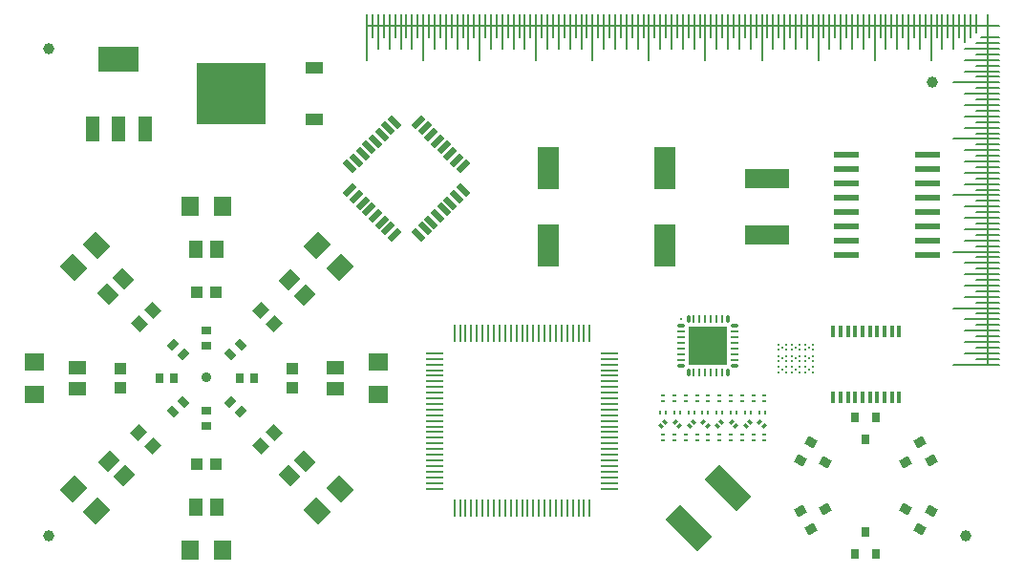
<source format=gbr>
%TF.GenerationSoftware,KiCad,Pcbnew,6.0.11-2627ca5db0~126~ubuntu20.04.1*%
%TF.CreationDate,2023-07-21T22:08:40+02:00*%
%TF.ProjectId,Demo Board v2,44656d6f-2042-46f6-9172-642076322e6b,rev?*%
%TF.SameCoordinates,Original*%
%TF.FileFunction,Copper,L1,Top*%
%TF.FilePolarity,Positive*%
%FSLAX46Y46*%
G04 Gerber Fmt 4.6, Leading zero omitted, Abs format (unit mm)*
G04 Created by KiCad (PCBNEW 6.0.11-2627ca5db0~126~ubuntu20.04.1) date 2023-07-21 22:08:40*
%MOMM*%
%LPD*%
G01*
G04 APERTURE LIST*
G04 Aperture macros list*
%AMRoundRect*
0 Rectangle with rounded corners*
0 $1 Rounding radius*
0 $2 $3 $4 $5 $6 $7 $8 $9 X,Y pos of 4 corners*
0 Add a 4 corners polygon primitive as box body*
4,1,4,$2,$3,$4,$5,$6,$7,$8,$9,$2,$3,0*
0 Add four circle primitives for the rounded corners*
1,1,$1+$1,$2,$3*
1,1,$1+$1,$4,$5*
1,1,$1+$1,$6,$7*
1,1,$1+$1,$8,$9*
0 Add four rect primitives between the rounded corners*
20,1,$1+$1,$2,$3,$4,$5,0*
20,1,$1+$1,$4,$5,$6,$7,0*
20,1,$1+$1,$6,$7,$8,$9,0*
20,1,$1+$1,$8,$9,$2,$3,0*%
%AMRotRect*
0 Rectangle, with rotation*
0 The origin of the aperture is its center*
0 $1 length*
0 $2 width*
0 $3 Rotation angle, in degrees counterclockwise*
0 Add horizontal line*
21,1,$1,$2,0,0,$3*%
G04 Aperture macros list end*
%TA.AperFunction,SMDPad,CuDef*%
%ADD10C,0.250000*%
%TD*%
%TA.AperFunction,SMDPad,CuDef*%
%ADD11RotRect,0.280000X0.430000X135.000000*%
%TD*%
%TA.AperFunction,SMDPad,CuDef*%
%ADD12R,1.300000X1.500000*%
%TD*%
%TA.AperFunction,SMDPad,CuDef*%
%ADD13RotRect,1.000000X1.100000X45.000000*%
%TD*%
%TA.AperFunction,SMDPad,CuDef*%
%ADD14R,1.600000X1.803000*%
%TD*%
%TA.AperFunction,SMDPad,CuDef*%
%ADD15R,0.280000X0.430000*%
%TD*%
%TA.AperFunction,SMDPad,CuDef*%
%ADD16RotRect,1.300000X1.500000X135.000000*%
%TD*%
%TA.AperFunction,SMDPad,CuDef*%
%ADD17R,0.430000X0.280000*%
%TD*%
%TA.AperFunction,SMDPad,CuDef*%
%ADD18R,0.270000X1.500000*%
%TD*%
%TA.AperFunction,SMDPad,CuDef*%
%ADD19R,1.500000X0.270000*%
%TD*%
%TA.AperFunction,SMDPad,CuDef*%
%ADD20RotRect,1.000000X1.100000X225.000000*%
%TD*%
%TA.AperFunction,SMDPad,CuDef*%
%ADD21RotRect,0.800000X0.900000X120.000000*%
%TD*%
%TA.AperFunction,SMDPad,CuDef*%
%ADD22RoundRect,0.500000X0.000000X0.000000X0.000000X0.000000X0.000000X0.000000X0.000000X0.000000X0*%
%TD*%
%TA.AperFunction,SMDPad,CuDef*%
%ADD23RoundRect,0.070000X-0.280000X-0.070000X0.280000X-0.070000X0.280000X0.070000X-0.280000X0.070000X0*%
%TD*%
%TA.AperFunction,SMDPad,CuDef*%
%ADD24R,0.700000X0.280000*%
%TD*%
%TA.AperFunction,SMDPad,CuDef*%
%ADD25RoundRect,0.070000X-0.070000X-0.280000X0.070000X-0.280000X0.070000X0.280000X-0.070000X0.280000X0*%
%TD*%
%TA.AperFunction,SMDPad,CuDef*%
%ADD26R,0.280000X0.700000*%
%TD*%
%TA.AperFunction,SMDPad,CuDef*%
%ADD27R,3.500000X3.500000*%
%TD*%
%TA.AperFunction,SMDPad,CuDef*%
%ADD28R,0.250000X0.250000*%
%TD*%
%TA.AperFunction,SMDPad,CuDef*%
%ADD29R,1.905000X3.810000*%
%TD*%
%TA.AperFunction,SMDPad,CuDef*%
%ADD30RotRect,0.280000X0.430000X45.000000*%
%TD*%
%TA.AperFunction,SMDPad,CuDef*%
%ADD31RotRect,1.600000X1.803000X315.000000*%
%TD*%
%TA.AperFunction,SMDPad,CuDef*%
%ADD32R,0.700000X0.900000*%
%TD*%
%TA.AperFunction,SMDPad,CuDef*%
%ADD33RotRect,0.700000X0.900000X135.000000*%
%TD*%
%TA.AperFunction,SMDPad,CuDef*%
%ADD34R,0.900000X0.700000*%
%TD*%
%TA.AperFunction,SMDPad,CuDef*%
%ADD35RotRect,1.300000X1.500000X225.000000*%
%TD*%
%TA.AperFunction,SMDPad,CuDef*%
%ADD36R,1.100000X1.000000*%
%TD*%
%TA.AperFunction,SMDPad,CuDef*%
%ADD37RotRect,0.800000X0.900000X60.000000*%
%TD*%
%TA.AperFunction,SMDPad,CuDef*%
%ADD38R,0.800000X0.900000*%
%TD*%
%TA.AperFunction,SMDPad,CuDef*%
%ADD39R,1.000000X1.100000*%
%TD*%
%TA.AperFunction,SMDPad,CuDef*%
%ADD40RotRect,0.700000X0.900000X45.000000*%
%TD*%
%TA.AperFunction,SMDPad,CuDef*%
%ADD41R,0.304800X0.990600*%
%TD*%
%TA.AperFunction,SMDPad,CuDef*%
%ADD42RotRect,1.000000X1.100000X315.000000*%
%TD*%
%TA.AperFunction,SMDPad,CuDef*%
%ADD43R,4.000000X1.800000*%
%TD*%
%TA.AperFunction,SMDPad,CuDef*%
%ADD44RotRect,1.600000X1.803000X45.000000*%
%TD*%
%TA.AperFunction,SMDPad,CuDef*%
%ADD45R,1.500000X1.300000*%
%TD*%
%TA.AperFunction,SMDPad,CuDef*%
%ADD46RotRect,0.800000X0.900000X300.000000*%
%TD*%
%TA.AperFunction,SMDPad,CuDef*%
%ADD47RotRect,0.800000X0.900000X240.000000*%
%TD*%
%TA.AperFunction,SMDPad,CuDef*%
%ADD48R,1.219200X2.235200*%
%TD*%
%TA.AperFunction,SMDPad,CuDef*%
%ADD49R,3.600000X2.200000*%
%TD*%
%TA.AperFunction,SMDPad,CuDef*%
%ADD50RotRect,1.000000X1.100000X135.000000*%
%TD*%
%TA.AperFunction,SMDPad,CuDef*%
%ADD51R,1.600000X1.000000*%
%TD*%
%TA.AperFunction,SMDPad,CuDef*%
%ADD52R,6.200000X5.400000*%
%TD*%
%TA.AperFunction,SMDPad,CuDef*%
%ADD53RotRect,1.300000X1.500000X45.000000*%
%TD*%
%TA.AperFunction,SMDPad,CuDef*%
%ADD54RotRect,1.300000X1.500000X315.000000*%
%TD*%
%TA.AperFunction,SMDPad,CuDef*%
%ADD55RotRect,1.270000X0.558800X45.000000*%
%TD*%
%TA.AperFunction,SMDPad,CuDef*%
%ADD56RotRect,0.558800X1.270000X45.000000*%
%TD*%
%TA.AperFunction,SMDPad,CuDef*%
%ADD57R,1.803000X1.600000*%
%TD*%
%TA.AperFunction,SMDPad,CuDef*%
%ADD58RotRect,1.600000X1.803000X225.000000*%
%TD*%
%TA.AperFunction,SMDPad,CuDef*%
%ADD59RotRect,1.800000X4.000000X45.000000*%
%TD*%
%TA.AperFunction,SMDPad,CuDef*%
%ADD60RotRect,1.600000X1.803000X135.000000*%
%TD*%
%TA.AperFunction,SMDPad,CuDef*%
%ADD61R,2.200000X0.600000*%
%TD*%
%TA.AperFunction,ViaPad*%
%ADD62C,0.904800*%
%TD*%
%TA.AperFunction,Conductor*%
%ADD63C,0.154000*%
%TD*%
G04 APERTURE END LIST*
D10*
%TO.P,TLI493d,A1*%
%TO.N,N/C*%
X172542000Y-112100000D03*
%TO.P,TLI493d,A3*%
X172542000Y-111642000D03*
%TO.P,TLI493d,B2*%
X172871000Y-111871000D03*
%TO.P,TLI493d,C1*%
X173200000Y-112100000D03*
%TO.P,TLI493d,C3*%
X173200000Y-111642000D03*
%TD*%
%TO.P,TLI493d,A1*%
%TO.N,N/C*%
X172542000Y-111100000D03*
%TO.P,TLI493d,A3*%
X172542000Y-110642000D03*
%TO.P,TLI493d,B2*%
X172871000Y-110871000D03*
%TO.P,TLI493d,C1*%
X173200000Y-111100000D03*
%TO.P,TLI493d,C3*%
X173200000Y-110642000D03*
%TD*%
%TO.P,TLI493d,A1*%
%TO.N,N/C*%
X172542000Y-110100000D03*
%TO.P,TLI493d,A3*%
X172542000Y-109642000D03*
%TO.P,TLI493d,B2*%
X172871000Y-109871000D03*
%TO.P,TLI493d,C1*%
X173200000Y-110100000D03*
%TO.P,TLI493d,C3*%
X173200000Y-109642000D03*
%TD*%
%TO.P,TLI493d,A1*%
%TO.N,N/C*%
X174942000Y-112100000D03*
%TO.P,TLI493d,A3*%
X174942000Y-111642000D03*
%TO.P,TLI493d,B2*%
X175271000Y-111871000D03*
%TO.P,TLI493d,C1*%
X175600000Y-112100000D03*
%TO.P,TLI493d,C3*%
X175600000Y-111642000D03*
%TD*%
%TO.P,TLI493d,A1*%
%TO.N,N/C*%
X173742000Y-112100000D03*
%TO.P,TLI493d,A3*%
X173742000Y-111642000D03*
%TO.P,TLI493d,B2*%
X174071000Y-111871000D03*
%TO.P,TLI493d,C1*%
X174400000Y-112100000D03*
%TO.P,TLI493d,C3*%
X174400000Y-111642000D03*
%TD*%
%TO.P,TLI493d,A1*%
%TO.N,N/C*%
X174942000Y-111100000D03*
%TO.P,TLI493d,A3*%
X174942000Y-110642000D03*
%TO.P,TLI493d,B2*%
X175271000Y-110871000D03*
%TO.P,TLI493d,C1*%
X175600000Y-111100000D03*
%TO.P,TLI493d,C3*%
X175600000Y-110642000D03*
%TD*%
%TO.P,TLI493d,A1*%
%TO.N,N/C*%
X174942000Y-110100000D03*
%TO.P,TLI493d,A3*%
X174942000Y-109642000D03*
%TO.P,TLI493d,B2*%
X175271000Y-109871000D03*
%TO.P,TLI493d,C1*%
X175600000Y-110100000D03*
%TO.P,TLI493d,C3*%
X175600000Y-109642000D03*
%TD*%
%TO.P,TLI493d,A1*%
%TO.N,N/C*%
X173742000Y-110100000D03*
%TO.P,TLI493d,A3*%
X173742000Y-109642000D03*
%TO.P,TLI493d,B2*%
X174071000Y-109871000D03*
%TO.P,TLI493d,C1*%
X174400000Y-110100000D03*
%TO.P,TLI493d,C3*%
X174400000Y-109642000D03*
%TD*%
%TO.P,TLI493d,A1*%
%TO.N,N/C*%
X173742000Y-111100000D03*
%TO.P,TLI493d,A3*%
X173742000Y-110642000D03*
%TO.P,TLI493d,B2*%
X174071000Y-110871000D03*
%TO.P,TLI493d,C1*%
X174400000Y-111100000D03*
%TO.P,TLI493d,C3*%
X174400000Y-110642000D03*
%TD*%
D11*
%TO.P,E$26,1*%
%TO.N,N/C*%
X171231412Y-116833912D03*
%TO.P,E$26,2*%
X170870788Y-116473288D03*
%TD*%
D12*
%TO.P,R0805-1,1*%
%TO.N,N/C*%
X122781100Y-101193600D03*
%TO.P,R0805-1,2*%
X120881100Y-101193600D03*
%TD*%
D13*
%TO.P,R0603-8,1*%
%TO.N,N/C*%
X115896059Y-107827141D03*
%TO.P,R0603-8,2*%
X117098141Y-106625059D03*
%TD*%
D14*
%TO.P,R1206-5,1*%
%TO.N,N/C*%
X123253100Y-127863600D03*
%TO.P,R1206-5,2*%
X120409100Y-127863600D03*
%TD*%
D15*
%TO.P,E$12,1*%
%TO.N,N/C*%
X163806100Y-115653600D03*
%TO.P,E$12,2*%
X163296100Y-115653600D03*
%TD*%
D16*
%TO.P,R0805-6,1*%
%TO.N,N/C*%
X114510879Y-121287326D03*
%TO.P,R0805-6,2*%
X113167377Y-119943824D03*
%TD*%
D17*
%TO.P,E$8,1*%
%TO.N,N/C*%
X169301100Y-114658600D03*
%TO.P,E$8,2*%
X169301100Y-114148600D03*
%TD*%
D18*
%TO.P,TQFP-100,1*%
%TO.N,N/C*%
X155801100Y-108653600D03*
%TO.P,TQFP-100,2*%
X155301100Y-108653600D03*
%TO.P,TQFP-100,3*%
X154801100Y-108653600D03*
%TO.P,TQFP-100,4*%
X154301100Y-108653600D03*
%TO.P,TQFP-100,5*%
X153801100Y-108653600D03*
%TO.P,TQFP-100,6*%
X153301100Y-108653600D03*
%TO.P,TQFP-100,7*%
X152801100Y-108653600D03*
%TO.P,TQFP-100,8*%
X152301100Y-108653600D03*
%TO.P,TQFP-100,9*%
X151801100Y-108653600D03*
%TO.P,TQFP-100,10*%
X151301100Y-108653600D03*
%TO.P,TQFP-100,11*%
X150801100Y-108653600D03*
%TO.P,TQFP-100,12*%
X150301100Y-108653600D03*
%TO.P,TQFP-100,13*%
X149801100Y-108653600D03*
%TO.P,TQFP-100,14*%
X149301100Y-108653600D03*
%TO.P,TQFP-100,15*%
X148801100Y-108653600D03*
%TO.P,TQFP-100,16*%
X148301100Y-108653600D03*
%TO.P,TQFP-100,17*%
X147801100Y-108653600D03*
%TO.P,TQFP-100,18*%
X147301100Y-108653600D03*
%TO.P,TQFP-100,19*%
X146801100Y-108653600D03*
%TO.P,TQFP-100,20*%
X146301100Y-108653600D03*
%TO.P,TQFP-100,21*%
X145801100Y-108653600D03*
%TO.P,TQFP-100,22*%
X145301100Y-108653600D03*
%TO.P,TQFP-100,23*%
X144801100Y-108653600D03*
%TO.P,TQFP-100,24*%
X144301100Y-108653600D03*
%TO.P,TQFP-100,25*%
X143801100Y-108653600D03*
D19*
%TO.P,TQFP-100,26*%
X142051100Y-110403600D03*
%TO.P,TQFP-100,27*%
X142051100Y-110903600D03*
%TO.P,TQFP-100,28*%
X142051100Y-111403600D03*
%TO.P,TQFP-100,29*%
X142051100Y-111903600D03*
%TO.P,TQFP-100,30*%
X142051100Y-112403600D03*
%TO.P,TQFP-100,31*%
X142051100Y-112903600D03*
%TO.P,TQFP-100,32*%
X142051100Y-113403600D03*
%TO.P,TQFP-100,33*%
X142051100Y-113903600D03*
%TO.P,TQFP-100,34*%
X142051100Y-114403600D03*
%TO.P,TQFP-100,35*%
X142051100Y-114903600D03*
%TO.P,TQFP-100,36*%
X142051100Y-115403600D03*
%TO.P,TQFP-100,37*%
X142051100Y-115903600D03*
%TO.P,TQFP-100,38*%
X142051100Y-116403600D03*
%TO.P,TQFP-100,39*%
X142051100Y-116903600D03*
%TO.P,TQFP-100,40*%
X142051100Y-117403600D03*
%TO.P,TQFP-100,41*%
X142051100Y-117903600D03*
%TO.P,TQFP-100,42*%
X142051100Y-118403600D03*
%TO.P,TQFP-100,43*%
X142051100Y-118903600D03*
%TO.P,TQFP-100,44*%
X142051100Y-119403600D03*
%TO.P,TQFP-100,45*%
X142051100Y-119903600D03*
%TO.P,TQFP-100,46*%
X142051100Y-120403600D03*
%TO.P,TQFP-100,47*%
X142051100Y-120903600D03*
%TO.P,TQFP-100,48*%
X142051100Y-121403600D03*
%TO.P,TQFP-100,49*%
X142051100Y-121903600D03*
%TO.P,TQFP-100,50*%
X142051100Y-122403600D03*
D18*
%TO.P,TQFP-100,51*%
X143801100Y-124153600D03*
%TO.P,TQFP-100,52*%
X144301100Y-124153600D03*
%TO.P,TQFP-100,53*%
X144801100Y-124153600D03*
%TO.P,TQFP-100,54*%
X145301100Y-124153600D03*
%TO.P,TQFP-100,55*%
X145801100Y-124153600D03*
%TO.P,TQFP-100,56*%
X146301100Y-124153600D03*
%TO.P,TQFP-100,57*%
X146801100Y-124153600D03*
%TO.P,TQFP-100,58*%
X147301100Y-124153600D03*
%TO.P,TQFP-100,59*%
X147801100Y-124153600D03*
%TO.P,TQFP-100,60*%
X148301100Y-124153600D03*
%TO.P,TQFP-100,61*%
X148801100Y-124153600D03*
%TO.P,TQFP-100,62*%
X149301100Y-124153600D03*
%TO.P,TQFP-100,63*%
X149801100Y-124153600D03*
%TO.P,TQFP-100,64*%
X150301100Y-124153600D03*
%TO.P,TQFP-100,65*%
X150801100Y-124153600D03*
%TO.P,TQFP-100,66*%
X151301100Y-124153600D03*
%TO.P,TQFP-100,67*%
X151801100Y-124153600D03*
%TO.P,TQFP-100,68*%
X152301100Y-124153600D03*
%TO.P,TQFP-100,69*%
X152801100Y-124153600D03*
%TO.P,TQFP-100,70*%
X153301100Y-124153600D03*
%TO.P,TQFP-100,71*%
X153801100Y-124153600D03*
%TO.P,TQFP-100,72*%
X154301100Y-124153600D03*
%TO.P,TQFP-100,73*%
X154801100Y-124153600D03*
%TO.P,TQFP-100,74*%
X155301100Y-124153600D03*
%TO.P,TQFP-100,75*%
X155801100Y-124153600D03*
D19*
%TO.P,TQFP-100,76*%
X157551100Y-122403600D03*
%TO.P,TQFP-100,77*%
X157551100Y-121903600D03*
%TO.P,TQFP-100,78*%
X157551100Y-121403600D03*
%TO.P,TQFP-100,79*%
X157551100Y-120903600D03*
%TO.P,TQFP-100,80*%
X157551100Y-120403600D03*
%TO.P,TQFP-100,81*%
X157551100Y-119903600D03*
%TO.P,TQFP-100,82*%
X157551100Y-119403600D03*
%TO.P,TQFP-100,83*%
X157551100Y-118903600D03*
%TO.P,TQFP-100,84*%
X157551100Y-118403600D03*
%TO.P,TQFP-100,85*%
X157551100Y-117903600D03*
%TO.P,TQFP-100,86*%
X157551100Y-117403600D03*
%TO.P,TQFP-100,87*%
X157551100Y-116903600D03*
%TO.P,TQFP-100,88*%
X157551100Y-116403600D03*
%TO.P,TQFP-100,89*%
X157551100Y-115903600D03*
%TO.P,TQFP-100,90*%
X157551100Y-115403600D03*
%TO.P,TQFP-100,91*%
X157551100Y-114903600D03*
%TO.P,TQFP-100,92*%
X157551100Y-114403600D03*
%TO.P,TQFP-100,93*%
X157551100Y-113903600D03*
%TO.P,TQFP-100,94*%
X157551100Y-113403600D03*
%TO.P,TQFP-100,95*%
X157551100Y-112903600D03*
%TO.P,TQFP-100,96*%
X157551100Y-112403600D03*
%TO.P,TQFP-100,97*%
X157551100Y-111903600D03*
%TO.P,TQFP-100,98*%
X157551100Y-111403600D03*
%TO.P,TQFP-100,99*%
X157551100Y-110903600D03*
%TO.P,TQFP-100,100*%
X157551100Y-110403600D03*
%TD*%
D15*
%TO.P,E$15,1*%
%TO.N,N/C*%
X167556100Y-115653600D03*
%TO.P,E$15,2*%
X167046100Y-115653600D03*
%TD*%
D20*
%TO.P,R0603-4,1*%
%TO.N,N/C*%
X127829641Y-117420059D03*
%TO.P,R0603-4,2*%
X126627559Y-118622141D03*
%TD*%
D21*
%TO.P,SOT-23-2,1*%
%TO.N,N/C*%
X186037125Y-119931324D03*
%TO.P,SOT-23-2,2*%
X185087125Y-118285876D03*
%TO.P,SOT-23-2,3*%
X183830075Y-120108600D03*
%TD*%
D22*
%TO.P,FID-1,1*%
%TO.N,N/C*%
X107861100Y-126593600D03*
%TD*%
D17*
%TO.P,E$33,1*%
%TO.N,N/C*%
X168301100Y-118158600D03*
%TO.P,E$33,2*%
X168301100Y-117648600D03*
%TD*%
D23*
%TO.P,QFN-32,1*%
%TO.N,N/C*%
X163931100Y-108003600D03*
D24*
%TO.P,QFN-32,2*%
X163931100Y-108503600D03*
%TO.P,QFN-32,3*%
X163931100Y-109003600D03*
%TO.P,QFN-32,4*%
X163931100Y-109503600D03*
%TO.P,QFN-32,5*%
X163931100Y-110003600D03*
%TO.P,QFN-32,6*%
X163931100Y-110503600D03*
%TO.P,QFN-32,7*%
X163931100Y-111003600D03*
D23*
%TO.P,QFN-32,8*%
X163931100Y-111503600D03*
D25*
%TO.P,QFN-32,9*%
X164531100Y-112103600D03*
D26*
%TO.P,QFN-32,10*%
X165031100Y-112103600D03*
%TO.P,QFN-32,11*%
X165531100Y-112103600D03*
%TO.P,QFN-32,12*%
X166031100Y-112103600D03*
%TO.P,QFN-32,13*%
X166531100Y-112103600D03*
%TO.P,QFN-32,14*%
X167031100Y-112103600D03*
%TO.P,QFN-32,15*%
X167531100Y-112103600D03*
D25*
%TO.P,QFN-32,16*%
X168031100Y-112103600D03*
D23*
%TO.P,QFN-32,17*%
X168631100Y-111503600D03*
D24*
%TO.P,QFN-32,18*%
X168631100Y-111003600D03*
%TO.P,QFN-32,19*%
X168631100Y-110503600D03*
%TO.P,QFN-32,20*%
X168631100Y-110003600D03*
%TO.P,QFN-32,21*%
X168631100Y-109503600D03*
%TO.P,QFN-32,22*%
X168631100Y-109003600D03*
%TO.P,QFN-32,23*%
X168631100Y-108503600D03*
D23*
%TO.P,QFN-32,24*%
X168631100Y-108003600D03*
D25*
%TO.P,QFN-32,25*%
X168031100Y-107403600D03*
D26*
%TO.P,QFN-32,26*%
X167531100Y-107403600D03*
%TO.P,QFN-32,27*%
X167031100Y-107403600D03*
%TO.P,QFN-32,28*%
X166531100Y-107403600D03*
%TO.P,QFN-32,29*%
X166031100Y-107403600D03*
%TO.P,QFN-32,30*%
X165531100Y-107403600D03*
%TO.P,QFN-32,31*%
X165031100Y-107403600D03*
D25*
%TO.P,QFN-32,32*%
X164531100Y-107403600D03*
D27*
%TO.P,QFN-32,EXP*%
X166281100Y-109753600D03*
D28*
%TO.P,QFN-32,M1*%
X163866100Y-107338600D03*
%TD*%
D29*
%TO.P,C2,+*%
%TO.N,N/C*%
X162449100Y-100812600D03*
%TO.P,C2,-*%
X162449100Y-93954600D03*
%TD*%
D30*
%TO.P,E$25,1*%
%TO.N,N/C*%
X169620788Y-116833912D03*
%TO.P,E$25,2*%
X169981412Y-116473288D03*
%TD*%
D31*
%TO.P,R1206-6,1*%
%TO.N,N/C*%
X110030594Y-122413094D03*
%TO.P,R1206-6,2*%
X112041606Y-124424106D03*
%TD*%
D32*
%TO.P,R0402-7,1*%
%TO.N,N/C*%
X118925100Y-112623600D03*
%TO.P,R0402-7,2*%
X117625100Y-112623600D03*
%TD*%
D33*
%TO.P,R0402-4,1*%
%TO.N,N/C*%
X124830719Y-115623219D03*
%TO.P,R0402-4,2*%
X123911481Y-114703981D03*
%TD*%
D17*
%TO.P,E$30,1*%
%TO.N,N/C*%
X165301100Y-118158600D03*
%TO.P,E$30,2*%
X165301100Y-117648600D03*
%TD*%
D15*
%TO.P,E$13,1*%
%TO.N,N/C*%
X165056100Y-115653600D03*
%TO.P,E$13,2*%
X164546100Y-115653600D03*
%TD*%
D17*
%TO.P,E$29,1*%
%TO.N,N/C*%
X164301100Y-118158600D03*
%TO.P,E$29,2*%
X164301100Y-117648600D03*
%TD*%
%TO.P,E$5,1*%
%TO.N,N/C*%
X166301100Y-114658600D03*
%TO.P,E$5,2*%
X166301100Y-114148600D03*
%TD*%
D34*
%TO.P,R0402-1,1*%
%TO.N,N/C*%
X121831100Y-108417600D03*
%TO.P,R0402-1,2*%
X121831100Y-109717600D03*
%TD*%
D35*
%TO.P,R0805-4,1*%
%TO.N,N/C*%
X130494826Y-119943821D03*
%TO.P,R0805-4,2*%
X129151324Y-121287323D03*
%TD*%
D32*
%TO.P,R0402-3,1*%
%TO.N,N/C*%
X124737100Y-112623600D03*
%TO.P,R0402-3,2*%
X126037100Y-112623600D03*
%TD*%
D36*
%TO.P,R0603-3,1*%
%TO.N,N/C*%
X129451100Y-111773600D03*
%TO.P,R0603-3,2*%
X129451100Y-113473600D03*
%TD*%
D37*
%TO.P,SOT-23-3,1*%
%TO.N,N/C*%
X185087125Y-126011324D03*
%TO.P,SOT-23-3,2*%
X186037125Y-124365876D03*
%TO.P,SOT-23-3,3*%
X183830075Y-124188600D03*
%TD*%
D22*
%TO.P,FID-4,1*%
%TO.N,N/C*%
X189141100Y-126593600D03*
%TD*%
D12*
%TO.P,R0805-5,1*%
%TO.N,N/C*%
X120881100Y-124053600D03*
%TO.P,R0805-5,2*%
X122781100Y-124053600D03*
%TD*%
D17*
%TO.P,E$4,1*%
%TO.N,N/C*%
X165301100Y-114658600D03*
%TO.P,E$4,2*%
X165301100Y-114148600D03*
%TD*%
D30*
%TO.P,E$23,1*%
%TO.N,N/C*%
X167120788Y-116833912D03*
%TO.P,E$23,2*%
X167481412Y-116473288D03*
%TD*%
D38*
%TO.P,SOT-23-4,1*%
%TO.N,N/C*%
X179301100Y-128228600D03*
%TO.P,SOT-23-4,2*%
X181201100Y-128228600D03*
%TO.P,SOT-23-4,3*%
X180251100Y-126228600D03*
%TD*%
D36*
%TO.P,R0603-7,1*%
%TO.N,N/C*%
X114211100Y-111773600D03*
%TO.P,R0603-7,2*%
X114211100Y-113473600D03*
%TD*%
D14*
%TO.P,R1206-1,1*%
%TO.N,N/C*%
X120409100Y-97383600D03*
%TO.P,R1206-1,2*%
X123253100Y-97383600D03*
%TD*%
D39*
%TO.P,R0603-5,1*%
%TO.N,N/C*%
X122681100Y-120243600D03*
%TO.P,R0603-5,2*%
X120981100Y-120243600D03*
%TD*%
D40*
%TO.P,R0402-6,1*%
%TO.N,N/C*%
X118831481Y-115623219D03*
%TO.P,R0402-6,2*%
X119750719Y-114703981D03*
%TD*%
D41*
%TO.P,TSSOP-20,1*%
%TO.N,N/C*%
X177376100Y-114321400D03*
%TO.P,TSSOP-20,2*%
X178026100Y-114321400D03*
%TO.P,TSSOP-20,3*%
X178676100Y-114321400D03*
%TO.P,TSSOP-20,4*%
X179326100Y-114321400D03*
%TO.P,TSSOP-20,5*%
X179976100Y-114321400D03*
%TO.P,TSSOP-20,6*%
X180626100Y-114321400D03*
%TO.P,TSSOP-20,7*%
X181276100Y-114321400D03*
%TO.P,TSSOP-20,8*%
X181926100Y-114321400D03*
%TO.P,TSSOP-20,9*%
X182576100Y-114321400D03*
%TO.P,TSSOP-20,10*%
X183226100Y-114321400D03*
%TO.P,TSSOP-20,11*%
X183226100Y-108485800D03*
%TO.P,TSSOP-20,12*%
X182576100Y-108485800D03*
%TO.P,TSSOP-20,13*%
X181926100Y-108485800D03*
%TO.P,TSSOP-20,14*%
X181276100Y-108485800D03*
%TO.P,TSSOP-20,15*%
X180626100Y-108485800D03*
%TO.P,TSSOP-20,16*%
X179976100Y-108485800D03*
%TO.P,TSSOP-20,17*%
X179326100Y-108485800D03*
%TO.P,TSSOP-20,18*%
X178676100Y-108485800D03*
%TO.P,TSSOP-20,19*%
X178026100Y-108485800D03*
%TO.P,TSSOP-20,20*%
X177376100Y-108485800D03*
%TD*%
D42*
%TO.P,R0603-6,1*%
%TO.N,N/C*%
X115832559Y-117420059D03*
%TO.P,R0603-6,2*%
X117034641Y-118622141D03*
%TD*%
D17*
%TO.P,E$28,1*%
%TO.N,N/C*%
X163301100Y-118158600D03*
%TO.P,E$28,2*%
X163301100Y-117648600D03*
%TD*%
%TO.P,E$34,1*%
%TO.N,N/C*%
X169301100Y-118158600D03*
%TO.P,E$34,2*%
X169301100Y-117648600D03*
%TD*%
D15*
%TO.P,E11,1*%
%TO.N,N/C*%
X162556100Y-115653600D03*
%TO.P,E11,2*%
X162046100Y-115653600D03*
%TD*%
D43*
%TO.P,L2,1*%
%TO.N,N/C*%
X171501100Y-94903600D03*
%TO.P,L2,2*%
X171501100Y-99903600D03*
%TD*%
D17*
%TO.P,E$7,1*%
%TO.N,N/C*%
X168301100Y-114658600D03*
%TO.P,E$7,2*%
X168301100Y-114148600D03*
%TD*%
D40*
%TO.P,R0402-2,1*%
%TO.N,N/C*%
X123911481Y-110543219D03*
%TO.P,R0402-2,2*%
X124830719Y-109623981D03*
%TD*%
D44*
%TO.P,R1206-8,1*%
%TO.N,N/C*%
X110030594Y-102834106D03*
%TO.P,R1206-8,2*%
X112041606Y-100823094D03*
%TD*%
D45*
%TO.P,R0805-3,1*%
%TO.N,N/C*%
X133261100Y-111673600D03*
%TO.P,R0805-3,2*%
X133261100Y-113573600D03*
%TD*%
D17*
%TO.P,E$3,1*%
%TO.N,N/C*%
X164301100Y-114658600D03*
%TO.P,E$3,2*%
X164301100Y-114148600D03*
%TD*%
D46*
%TO.P,SOT-23-5,1*%
%TO.N,N/C*%
X174465075Y-124365876D03*
%TO.P,SOT-23-5,2*%
X175415075Y-126011324D03*
%TO.P,SOT-23-5,3*%
X176672125Y-124188600D03*
%TD*%
D38*
%TO.P,SOT-23-1,1*%
%TO.N,N/C*%
X181201100Y-116068600D03*
%TO.P,SOT-23-1,2*%
X179301100Y-116068600D03*
%TO.P,SOT-23-1,3*%
X180251100Y-118068600D03*
%TD*%
D17*
%TO.P,E$31,1*%
%TO.N,N/C*%
X166301100Y-118158600D03*
%TO.P,E$31,2*%
X166301100Y-117648600D03*
%TD*%
D47*
%TO.P,SOT-23-6,1*%
%TO.N,N/C*%
X175415075Y-118285876D03*
%TO.P,SOT-23-6,2*%
X174465075Y-119931324D03*
%TO.P,SOT-23-6,3*%
X176672125Y-120108600D03*
%TD*%
D39*
%TO.P,R0603-1,1*%
%TO.N,N/C*%
X122681100Y-105003600D03*
%TO.P,R0603-1,2*%
X120981100Y-105003600D03*
%TD*%
D29*
%TO.P,C1,+*%
%TO.N,N/C*%
X152163600Y-93954600D03*
%TO.P,C1,-*%
X152163600Y-100812600D03*
%TD*%
D48*
%TO.P,SOT-223-1,1*%
%TO.N,N/C*%
X111739700Y-90502400D03*
%TO.P,SOT-223-1,2*%
X114051100Y-90502400D03*
%TO.P,SOT-223-1,3*%
X116362500Y-90502400D03*
D49*
%TO.P,SOT-223-1,4*%
X114051100Y-84304600D03*
%TD*%
D45*
%TO.P,R0805-7,1*%
%TO.N,N/C*%
X110401100Y-113573600D03*
%TO.P,R0805-7,2*%
X110401100Y-111673600D03*
%TD*%
D11*
%TO.P,E$20,1*%
%TO.N,N/C*%
X163731412Y-116833912D03*
%TO.P,E$20,2*%
X163370788Y-116473288D03*
%TD*%
D30*
%TO.P,E$21,1*%
%TO.N,N/C*%
X164620788Y-116833912D03*
%TO.P,E$21,2*%
X164981412Y-116473288D03*
%TD*%
D50*
%TO.P,R0603-2,1*%
%TO.N,N/C*%
X127829641Y-107827141D03*
%TO.P,R0603-2,2*%
X126627559Y-106625059D03*
%TD*%
D17*
%TO.P,E$2,1*%
%TO.N,N/C*%
X163301100Y-114658600D03*
%TO.P,E$2,2*%
X163301100Y-114148600D03*
%TD*%
D11*
%TO.P,E$22,1*%
%TO.N,N/C*%
X166231412Y-116833912D03*
%TO.P,E$22,2*%
X165870788Y-116473288D03*
%TD*%
D30*
%TO.P,E$19,1*%
%TO.N,N/C*%
X162120788Y-116833912D03*
%TO.P,E$19,2*%
X162481412Y-116473288D03*
%TD*%
D33*
%TO.P,R0402-8,1*%
%TO.N,N/C*%
X119750719Y-110543219D03*
%TO.P,R0402-8,2*%
X118831481Y-109623981D03*
%TD*%
D51*
%TO.P,SOT-252-1,1*%
%TO.N,N/C*%
X131351100Y-89683600D03*
%TO.P,SOT-252-1,2*%
X131351100Y-85123600D03*
D52*
%TO.P,SOT-252-1,3*%
X124051100Y-87403600D03*
%TD*%
D15*
%TO.P,E$14,1*%
%TO.N,N/C*%
X166306100Y-115653600D03*
%TO.P,E$14,2*%
X165796100Y-115653600D03*
%TD*%
D17*
%TO.P,E$6,1*%
%TO.N,N/C*%
X167301100Y-114658600D03*
%TO.P,E$6,2*%
X167301100Y-114148600D03*
%TD*%
D53*
%TO.P,R0805-8,1*%
%TO.N,N/C*%
X113103874Y-105176380D03*
%TO.P,R0805-8,2*%
X114447376Y-103832878D03*
%TD*%
D54*
%TO.P,R0805-2,1*%
%TO.N,N/C*%
X129214820Y-103896374D03*
%TO.P,R0805-2,2*%
X130558322Y-105239876D03*
%TD*%
D15*
%TO.P,E$16,1*%
%TO.N,N/C*%
X168806100Y-115653600D03*
%TO.P,E$16,2*%
X168296100Y-115653600D03*
%TD*%
D55*
%TO.P,TQFP-32-1,1*%
%TO.N,N/C*%
X134535874Y-95959028D03*
%TO.P,TQFP-32-1,2*%
X135101560Y-96524713D03*
%TO.P,TQFP-32-1,3*%
X135667245Y-97090398D03*
%TO.P,TQFP-32-1,4*%
X136232931Y-97656084D03*
%TO.P,TQFP-32-1,5*%
X136798616Y-98221769D03*
%TO.P,TQFP-32-1,6*%
X137364302Y-98787455D03*
%TO.P,TQFP-32-1,7*%
X137929987Y-99353140D03*
%TO.P,TQFP-32-1,8*%
X138495672Y-99918826D03*
D56*
%TO.P,TQFP-32-1,9*%
X140606528Y-99918826D03*
%TO.P,TQFP-32-1,10*%
X141172213Y-99353140D03*
%TO.P,TQFP-32-1,11*%
X141737898Y-98787455D03*
%TO.P,TQFP-32-1,12*%
X142303584Y-98221769D03*
%TO.P,TQFP-32-1,13*%
X142869269Y-97656084D03*
%TO.P,TQFP-32-1,14*%
X143434955Y-97090398D03*
%TO.P,TQFP-32-1,15*%
X144000640Y-96524713D03*
%TO.P,TQFP-32-1,16*%
X144566326Y-95959028D03*
D55*
%TO.P,TQFP-32-1,17*%
X144566326Y-93848172D03*
%TO.P,TQFP-32-1,18*%
X144000640Y-93282487D03*
%TO.P,TQFP-32-1,19*%
X143434955Y-92716802D03*
%TO.P,TQFP-32-1,20*%
X142869269Y-92151116D03*
%TO.P,TQFP-32-1,21*%
X142303584Y-91585431D03*
%TO.P,TQFP-32-1,22*%
X141737898Y-91019745D03*
%TO.P,TQFP-32-1,23*%
X141172213Y-90454060D03*
%TO.P,TQFP-32-1,24*%
X140606528Y-89888374D03*
D56*
%TO.P,TQFP-32-1,25*%
X138495672Y-89888374D03*
%TO.P,TQFP-32-1,26*%
X137929987Y-90454060D03*
%TO.P,TQFP-32-1,27*%
X137364302Y-91019745D03*
%TO.P,TQFP-32-1,28*%
X136798616Y-91585431D03*
%TO.P,TQFP-32-1,29*%
X136232931Y-92151116D03*
%TO.P,TQFP-32-1,30*%
X135667245Y-92716802D03*
%TO.P,TQFP-32-1,31*%
X135101560Y-93282487D03*
%TO.P,TQFP-32-1,32*%
X134535874Y-93848172D03*
%TD*%
D17*
%TO.P,E1,1*%
%TO.N,N/C*%
X162301100Y-114658600D03*
%TO.P,E1,2*%
X162301100Y-114148600D03*
%TD*%
D11*
%TO.P,E$24,1*%
%TO.N,N/C*%
X168731412Y-116833912D03*
%TO.P,E$24,2*%
X168370788Y-116473288D03*
%TD*%
D17*
%TO.P,E27,1*%
%TO.N,N/C*%
X162301100Y-118158600D03*
%TO.P,E27,2*%
X162301100Y-117648600D03*
%TD*%
D57*
%TO.P,R1206-3,1*%
%TO.N,N/C*%
X137071100Y-114045600D03*
%TO.P,R1206-3,2*%
X137071100Y-111201600D03*
%TD*%
%TO.P,R1206-7,1*%
%TO.N,N/C*%
X106591100Y-111201600D03*
%TO.P,R1206-7,2*%
X106591100Y-114045600D03*
%TD*%
D58*
%TO.P,R1206-4,1*%
%TO.N,N/C*%
X133631606Y-122413094D03*
%TO.P,R1206-4,2*%
X131620594Y-124424106D03*
%TD*%
D59*
%TO.P,L1,1*%
%TO.N,N/C*%
X164533333Y-125921367D03*
%TO.P,L1,2*%
X168068867Y-122385833D03*
%TD*%
D22*
%TO.P,FID-3,1*%
%TO.N,N/C*%
X186141100Y-86413600D03*
%TD*%
D17*
%TO.P,E36,1*%
%TO.N,N/C*%
X171301100Y-118158600D03*
%TO.P,E36,2*%
X171301100Y-117648600D03*
%TD*%
%TO.P,E10,1*%
%TO.N,N/C*%
X171301100Y-114658600D03*
%TO.P,E10,2*%
X171301100Y-114148600D03*
%TD*%
D15*
%TO.P,E18,1*%
%TO.N,N/C*%
X171306100Y-115653600D03*
%TO.P,E18,2*%
X170796100Y-115653600D03*
%TD*%
%TO.P,E$17,1*%
%TO.N,N/C*%
X170056100Y-115653600D03*
%TO.P,E$17,2*%
X169546100Y-115653600D03*
%TD*%
D22*
%TO.P,FID-2,1*%
%TO.N,N/C*%
X107861100Y-83413600D03*
%TD*%
D34*
%TO.P,R0402-5,1*%
%TO.N,N/C*%
X121831100Y-116829600D03*
%TO.P,R0402-5,2*%
X121831100Y-115529600D03*
%TD*%
D60*
%TO.P,R1206-2,1*%
%TO.N,N/C*%
X133631606Y-102834106D03*
%TO.P,R1206-2,2*%
X131620594Y-100823094D03*
%TD*%
D17*
%TO.P,E$9,1*%
%TO.N,N/C*%
X170301100Y-114658600D03*
%TO.P,E$9,2*%
X170301100Y-114148600D03*
%TD*%
D61*
%TO.P,SOP-16-1,1*%
%TO.N,N/C*%
X185701100Y-101698600D03*
%TO.P,SOP-16-1,2*%
X185701100Y-100428600D03*
%TO.P,SOP-16-1,3*%
X185701100Y-99158600D03*
%TO.P,SOP-16-1,4*%
X185701100Y-97888600D03*
%TO.P,SOP-16-1,5*%
X185701100Y-96618600D03*
%TO.P,SOP-16-1,6*%
X185701100Y-95348600D03*
%TO.P,SOP-16-1,7*%
X185701100Y-94078600D03*
%TO.P,SOP-16-1,8*%
X185701100Y-92808600D03*
%TO.P,SOP-16-1,9*%
X178501100Y-92808600D03*
%TO.P,SOP-16-1,10*%
X178501100Y-94078600D03*
%TO.P,SOP-16-1,11*%
X178501100Y-95348600D03*
%TO.P,SOP-16-1,12*%
X178501100Y-96618600D03*
%TO.P,SOP-16-1,13*%
X178501100Y-97888600D03*
%TO.P,SOP-16-1,14*%
X178501100Y-99158600D03*
%TO.P,SOP-16-1,15*%
X178501100Y-100428600D03*
%TO.P,SOP-16-1,16*%
X178501100Y-101698600D03*
%TD*%
D17*
%TO.P,E$35,1*%
%TO.N,N/C*%
X170301100Y-118158600D03*
%TO.P,E$35,2*%
X170301100Y-117648600D03*
%TD*%
%TO.P,E$32,1*%
%TO.N,N/C*%
X167301100Y-118158600D03*
%TO.P,E$32,2*%
X167301100Y-117648600D03*
%TD*%
D62*
%TO.N,S$289*%
X121851100Y-112503600D03*
%TD*%
D63*
%TO.N,S$79*%
X136051100Y-80403600D02*
X136051100Y-84403600D01*
%TO.N,S$121*%
X136551100Y-80403600D02*
X136551100Y-82403600D01*
%TO.N,S$122*%
X137051100Y-80403600D02*
X137051100Y-83403600D01*
%TO.N,S$123*%
X137551100Y-80403600D02*
X137551100Y-82403600D01*
%TO.N,S$124*%
X138051100Y-80403600D02*
X138051100Y-83403600D01*
%TO.N,S$125*%
X138551100Y-80403600D02*
X138551100Y-82403600D01*
%TO.N,S$126*%
X139051100Y-80403600D02*
X139051100Y-83403600D01*
%TO.N,S$127*%
X139551100Y-80403600D02*
X139551100Y-82403600D01*
%TO.N,S$128*%
X140051100Y-80403600D02*
X140051100Y-83403600D01*
%TO.N,S$129*%
X140551100Y-80403600D02*
X140551100Y-82403600D01*
%TO.N,S$130*%
X141051100Y-80403600D02*
X141051100Y-84403600D01*
%TO.N,S$131*%
X141551100Y-80403600D02*
X141551100Y-82403600D01*
%TO.N,S$132*%
X142051100Y-80403600D02*
X142051100Y-83403600D01*
%TO.N,S$133*%
X142551100Y-80403600D02*
X142551100Y-82403600D01*
%TO.N,S$134*%
X143051100Y-80403600D02*
X143051100Y-83403600D01*
%TO.N,S$135*%
X143551100Y-80403600D02*
X143551100Y-82403600D01*
%TO.N,S$136*%
X144051100Y-80403600D02*
X144051100Y-83403600D01*
%TO.N,S$137*%
X144551100Y-80403600D02*
X144551100Y-82403600D01*
%TO.N,S$138*%
X145051100Y-80403600D02*
X145051100Y-83403600D01*
%TO.N,S$139*%
X145551100Y-80403600D02*
X145551100Y-82403600D01*
%TO.N,S$140*%
X146051100Y-80403600D02*
X146051100Y-84403600D01*
%TO.N,S$141*%
X146551100Y-80403600D02*
X146551100Y-82403600D01*
%TO.N,S$142*%
X147051100Y-80403600D02*
X147051100Y-83403600D01*
%TO.N,S$143*%
X147551100Y-80403600D02*
X147551100Y-82403600D01*
%TO.N,S$144*%
X148051100Y-80403600D02*
X148051100Y-83403600D01*
%TO.N,S$145*%
X148551100Y-80403600D02*
X148551100Y-82403600D01*
%TO.N,S$146*%
X149051100Y-80403600D02*
X149051100Y-83403600D01*
%TO.N,S$147*%
X149551100Y-80403600D02*
X149551100Y-82403600D01*
%TO.N,S$148*%
X150051100Y-80403600D02*
X150051100Y-83403600D01*
%TO.N,S$149*%
X150551100Y-80403600D02*
X150551100Y-82403600D01*
%TO.N,S$150*%
X151051100Y-80403600D02*
X151051100Y-84403600D01*
%TO.N,S$151*%
X151551100Y-80403600D02*
X151551100Y-82403600D01*
%TO.N,S$152*%
X152051100Y-80403600D02*
X152051100Y-83403600D01*
%TO.N,S$153*%
X152551100Y-80403600D02*
X152551100Y-82403600D01*
%TO.N,S$154*%
X153051100Y-80403600D02*
X153051100Y-83403600D01*
%TO.N,S$155*%
X153551100Y-80403600D02*
X153551100Y-82403600D01*
%TO.N,S$156*%
X154051100Y-80403600D02*
X154051100Y-83403600D01*
%TO.N,S$157*%
X154551100Y-80403600D02*
X154551100Y-82403600D01*
%TO.N,S$158*%
X155051100Y-80403600D02*
X155051100Y-83403600D01*
%TO.N,S$159*%
X155551100Y-80403600D02*
X155551100Y-82403600D01*
%TO.N,S$160*%
X156051100Y-80403600D02*
X156051100Y-84403600D01*
%TO.N,S$161*%
X156551100Y-80403600D02*
X156551100Y-82403600D01*
%TO.N,S$162*%
X157051100Y-80403600D02*
X157051100Y-83403600D01*
%TO.N,S$163*%
X157551100Y-80403600D02*
X157551100Y-82403600D01*
%TO.N,S$164*%
X158051100Y-80403600D02*
X158051100Y-83403600D01*
%TO.N,S$165*%
X158551100Y-80403600D02*
X158551100Y-82403600D01*
%TO.N,S$166*%
X159051100Y-80403600D02*
X159051100Y-83403600D01*
%TO.N,S$167*%
X159551100Y-80403600D02*
X159551100Y-82403600D01*
%TO.N,S$168*%
X160051100Y-80403600D02*
X160051100Y-83403600D01*
%TO.N,S$169*%
X160551100Y-80403600D02*
X160551100Y-82403600D01*
%TO.N,S$170*%
X161051100Y-80403600D02*
X161051100Y-84403600D01*
%TO.N,S$171*%
X161551100Y-80403600D02*
X161551100Y-82403600D01*
%TO.N,S$172*%
X162051100Y-80403600D02*
X162051100Y-83403600D01*
%TO.N,S$173*%
X162551100Y-80403600D02*
X162551100Y-82403600D01*
%TO.N,S$174*%
X163051100Y-80403600D02*
X163051100Y-83403600D01*
%TO.N,S$175*%
X163551100Y-80403600D02*
X163551100Y-82403600D01*
%TO.N,S$176*%
X164051100Y-80403600D02*
X164051100Y-83403600D01*
%TO.N,S$177*%
X164551100Y-80403600D02*
X164551100Y-82403600D01*
%TO.N,S$178*%
X165051100Y-80403600D02*
X165051100Y-83403600D01*
%TO.N,S$179*%
X165551100Y-80403600D02*
X165551100Y-82403600D01*
%TO.N,S$180*%
X166051100Y-80403600D02*
X166051100Y-84403600D01*
%TO.N,S$181*%
X166551100Y-80403600D02*
X166551100Y-82403600D01*
%TO.N,S$182*%
X167051100Y-80403600D02*
X167051100Y-83403600D01*
%TO.N,S$183*%
X167551100Y-80403600D02*
X167551100Y-82403600D01*
%TO.N,S$184*%
X168051100Y-80403600D02*
X168051100Y-83403600D01*
%TO.N,S$185*%
X168551100Y-80403600D02*
X168551100Y-82403600D01*
%TO.N,S$186*%
X169051100Y-80403600D02*
X169051100Y-83403600D01*
%TO.N,S$187*%
X169551100Y-80403600D02*
X169551100Y-82403600D01*
%TO.N,S$188*%
X170051100Y-80403600D02*
X170051100Y-83403600D01*
%TO.N,S$189*%
X170551100Y-80403600D02*
X170551100Y-82403600D01*
%TO.N,S$190*%
X171051100Y-80403600D02*
X171051100Y-84403600D01*
%TO.N,S$191*%
X171551100Y-80403600D02*
X171551100Y-82403600D01*
%TO.N,S$192*%
X172051100Y-80403600D02*
X172051100Y-83403600D01*
%TO.N,S$193*%
X172551100Y-80403600D02*
X172551100Y-82403600D01*
%TO.N,S$194*%
X173051100Y-80403600D02*
X173051100Y-83403600D01*
%TO.N,S$195*%
X173551100Y-80403600D02*
X173551100Y-82403600D01*
%TO.N,S$196*%
X174051100Y-80403600D02*
X174051100Y-83403600D01*
%TO.N,S$197*%
X174551100Y-80403600D02*
X174551100Y-82403600D01*
%TO.N,S$198*%
X175051100Y-80403600D02*
X175051100Y-83403600D01*
%TO.N,S$199*%
X175551100Y-80403600D02*
X175551100Y-82403600D01*
%TO.N,S$200*%
X176051100Y-80403600D02*
X176051100Y-84403600D01*
%TO.N,S$201*%
X176551100Y-80403600D02*
X176551100Y-82403600D01*
%TO.N,S$202*%
X177051100Y-80403600D02*
X177051100Y-83403600D01*
%TO.N,S$203*%
X177551100Y-80403600D02*
X177551100Y-82403600D01*
%TO.N,S$204*%
X178051100Y-80403600D02*
X178051100Y-83403600D01*
%TO.N,S$205*%
X178551100Y-80403600D02*
X178551100Y-82403600D01*
%TO.N,S$206*%
X179051100Y-80403600D02*
X179051100Y-83403600D01*
%TO.N,S$207*%
X179551100Y-80403600D02*
X179551100Y-82403600D01*
%TO.N,S$208*%
X180051100Y-80403600D02*
X180051100Y-83403600D01*
%TO.N,S$209*%
X180551100Y-80403600D02*
X180551100Y-82403600D01*
%TO.N,S$210*%
X181051100Y-80403600D02*
X181051100Y-84403600D01*
%TO.N,S$211*%
X181551100Y-80403600D02*
X181551100Y-82403600D01*
%TO.N,S$212*%
X182051100Y-80403600D02*
X182051100Y-83403600D01*
%TO.N,S$213*%
X182551100Y-80403600D02*
X182551100Y-82403600D01*
%TO.N,S$214*%
X183051100Y-80403600D02*
X183051100Y-83403600D01*
%TO.N,S$215*%
X183551100Y-80403600D02*
X183551100Y-82403600D01*
%TO.N,S$216*%
X184051100Y-80403600D02*
X184051100Y-83403600D01*
%TO.N,S$217*%
X184551100Y-80403600D02*
X184551100Y-82403600D01*
%TO.N,S$218*%
X185051100Y-80403600D02*
X185051100Y-83403600D01*
%TO.N,S$219*%
X185551100Y-80403600D02*
X185551100Y-82403600D01*
%TO.N,S$220*%
X186051100Y-80403600D02*
X186051100Y-84403600D01*
%TO.N,S$221*%
X192051100Y-101903600D02*
X190051100Y-101903600D01*
%TO.N,S$222*%
X192051100Y-102403600D02*
X189051100Y-102403600D01*
%TO.N,S$223*%
X192051100Y-102903600D02*
X190051100Y-102903600D01*
%TO.N,S$224*%
X192051100Y-103403600D02*
X189051100Y-103403600D01*
%TO.N,S$225*%
X192051100Y-103903600D02*
X190051100Y-103903600D01*
%TO.N,S$226*%
X192051100Y-104403600D02*
X189051100Y-104403600D01*
%TO.N,S$227*%
X192051100Y-104903600D02*
X190051100Y-104903600D01*
%TO.N,S$228*%
X192051100Y-105403600D02*
X189051100Y-105403600D01*
%TO.N,S$229*%
X192051100Y-105903600D02*
X190051100Y-105903600D01*
%TO.N,S$230*%
X192051100Y-106403600D02*
X188051100Y-106403600D01*
%TO.N,S$231*%
X192051100Y-106903600D02*
X190051100Y-106903600D01*
%TO.N,S$232*%
X192051100Y-107403600D02*
X189051100Y-107403600D01*
%TO.N,S$233*%
X192051100Y-107903600D02*
X190051100Y-107903600D01*
%TO.N,S$234*%
X192051100Y-108403600D02*
X189051100Y-108403600D01*
%TO.N,S$235*%
X192051100Y-108903600D02*
X190051100Y-108903600D01*
%TO.N,S$236*%
X192051100Y-109403600D02*
X189051100Y-109403600D01*
%TO.N,S$237*%
X192051100Y-109903600D02*
X190051100Y-109903600D01*
%TO.N,S$238*%
X192051100Y-110403600D02*
X189051100Y-110403600D01*
%TO.N,S$239*%
X192051100Y-110903600D02*
X190051100Y-110903600D01*
%TO.N,S$240*%
X191051100Y-80403600D02*
X191051100Y-111403600D01*
X191051100Y-111403600D02*
X188051100Y-111403600D01*
X192051100Y-111403600D02*
X191051100Y-111403600D01*
%TO.N,S$241*%
X192051100Y-91903600D02*
X190051100Y-91903600D01*
%TO.N,S$242*%
X192051100Y-92403600D02*
X189051100Y-92403600D01*
%TO.N,S$243*%
X192051100Y-92903600D02*
X190051100Y-92903600D01*
%TO.N,S$244*%
X192051100Y-93403600D02*
X189051100Y-93403600D01*
%TO.N,S$245*%
X192051100Y-93903600D02*
X190051100Y-93903600D01*
%TO.N,S$246*%
X192051100Y-94403600D02*
X189051100Y-94403600D01*
%TO.N,S$247*%
X192051100Y-94903600D02*
X190051100Y-94903600D01*
%TO.N,S$248*%
X192051100Y-95403600D02*
X189051100Y-95403600D01*
%TO.N,S$249*%
X192051100Y-95903600D02*
X190051100Y-95903600D01*
%TO.N,S$250*%
X192051100Y-96403600D02*
X188051100Y-96403600D01*
%TO.N,S$251*%
X192051100Y-96903600D02*
X190051100Y-96903600D01*
%TO.N,S$252*%
X192051100Y-97403600D02*
X189051100Y-97403600D01*
%TO.N,S$253*%
X192051100Y-97903600D02*
X190051100Y-97903600D01*
%TO.N,S$254*%
X192051100Y-98403600D02*
X189051100Y-98403600D01*
%TO.N,S$255*%
X192051100Y-98903600D02*
X190051100Y-98903600D01*
%TO.N,S$256*%
X192051100Y-99403600D02*
X189051100Y-99403600D01*
%TO.N,S$257*%
X192051100Y-99903600D02*
X190051100Y-99903600D01*
%TO.N,S$258*%
X192051100Y-100403600D02*
X189051100Y-100403600D01*
%TO.N,S$259*%
X192051100Y-100903600D02*
X190051100Y-100903600D01*
%TO.N,S$260*%
X192051100Y-101403600D02*
X188051100Y-101403600D01*
%TO.N,S$262*%
X192051100Y-82403600D02*
X190451100Y-82403600D01*
%TO.N,S$263*%
X192051100Y-82903600D02*
X190051100Y-82903600D01*
%TO.N,S$264*%
X192051100Y-83403600D02*
X189051100Y-83403600D01*
%TO.N,S$265*%
X192051100Y-83903600D02*
X190051100Y-83903600D01*
%TO.N,S$266*%
X192051100Y-84403600D02*
X189051100Y-84403600D01*
%TO.N,S$267*%
X192051100Y-84903600D02*
X190051100Y-84903600D01*
%TO.N,S$268*%
X192051100Y-85403600D02*
X189051100Y-85403600D01*
%TO.N,S$269*%
X192051100Y-85903600D02*
X190051100Y-85903600D01*
%TO.N,S$270*%
X192051100Y-86403600D02*
X188051100Y-86403600D01*
%TO.N,S$271*%
X192051100Y-86903600D02*
X190051100Y-86903600D01*
%TO.N,S$272*%
X192051100Y-87403600D02*
X189051100Y-87403600D01*
%TO.N,S$273*%
X192051100Y-87903600D02*
X190051100Y-87903600D01*
%TO.N,S$274*%
X192051100Y-88403600D02*
X189051100Y-88403600D01*
%TO.N,S$275*%
X192051100Y-88903600D02*
X190051100Y-88903600D01*
%TO.N,S$276*%
X192051100Y-89403600D02*
X189051100Y-89403600D01*
%TO.N,S$277*%
X192051100Y-89903600D02*
X190051100Y-89903600D01*
%TO.N,S$278*%
X192051100Y-90403600D02*
X189051100Y-90403600D01*
%TO.N,S$279*%
X192051100Y-90903600D02*
X190051100Y-90903600D01*
%TO.N,S$280*%
X192051100Y-91403600D02*
X188051100Y-91403600D01*
%TO.N,S$261*%
X186551100Y-80403600D02*
X186551100Y-82403600D01*
%TO.N,S$281*%
X187051100Y-80403600D02*
X187051100Y-83403600D01*
%TO.N,S$282*%
X187551100Y-80403600D02*
X187551100Y-82403600D01*
%TO.N,S$283*%
X188051100Y-80403600D02*
X188051100Y-83403600D01*
%TO.N,S$284*%
X188551100Y-80403600D02*
X188551100Y-82403600D01*
%TO.N,S$285*%
X189051100Y-80403600D02*
X189051100Y-82803600D01*
%TO.N,S$286*%
X189551100Y-80403600D02*
X189551100Y-82403600D01*
%TO.N,S$287*%
X190051100Y-80403600D02*
X190051100Y-82003600D01*
%TO.N,S$288*%
X136151100Y-81403600D02*
X192051100Y-81403600D01*
%TD*%
M02*

</source>
